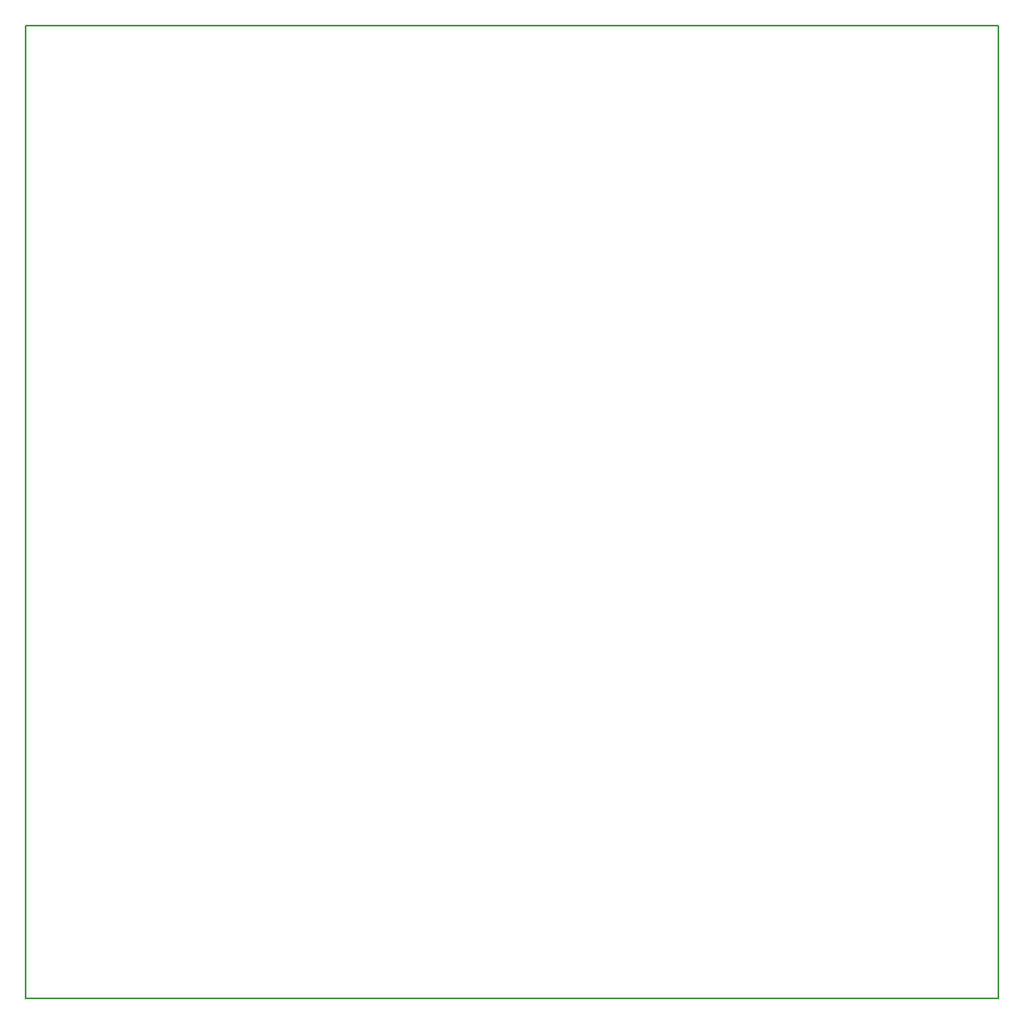
<source format=gm1>
G04 MADE WITH FRITZING*
G04 WWW.FRITZING.ORG*
G04 DOUBLE SIDED*
G04 HOLES PLATED*
G04 CONTOUR ON CENTER OF CONTOUR VECTOR*
%ASAXBY*%
%FSLAX23Y23*%
%MOIN*%
%OFA0B0*%
%SFA1.0B1.0*%
%ADD10R,3.933070X3.933070*%
%ADD11C,0.008000*%
%ADD10C,0.008*%
%LNCONTOUR*%
G90*
G70*
G54D10*
G54D11*
X4Y3929D02*
X3929Y3929D01*
X3929Y4D01*
X4Y4D01*
X4Y3929D01*
D02*
G04 End of contour*
M02*
</source>
